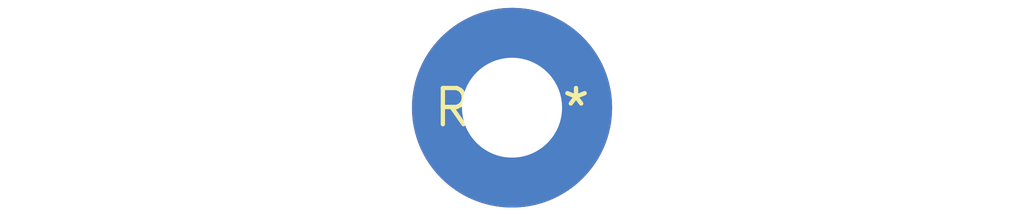
<source format=kicad_pcb>
(kicad_pcb (version 20240108) (generator pcbnew)
  (layers (0 "F.Cu" signal) (31 "B.Cu" signal) (34 "B.Paste" user) (35 "F.Paste" user) (36 "B.SilkS" user "B.Silkscreen") (37 "F.SilkS" user "F.Silkscreen") (38 "B.Mask" user) (39 "F.Mask" user) (44 "Edge.Cuts" user))
  (net 0 "")
  (footprint "MountingHole_3.5mm_Pad_TopBottom" (layer "F.Cu") (at 0 0)
    (property "Reference" "REF**")
    (property "Value" "MountingHole_3.5mm_Pad_TopBottom")
    (pad "1" thru_hole circle (at 0 0) (size 3.9 3.9) (drill 3.5) (layers *.Cu *.Mask) (remove_unused_layers))
    (pad "1" connect circle (at 0 0) (size 7 7) (layers "F.Cu" "F.Mask"))
    (pad "1" connect circle (at 0 0) (size 7 7) (layers "B.Cu" "B.Mask"))
  )
)
</source>
